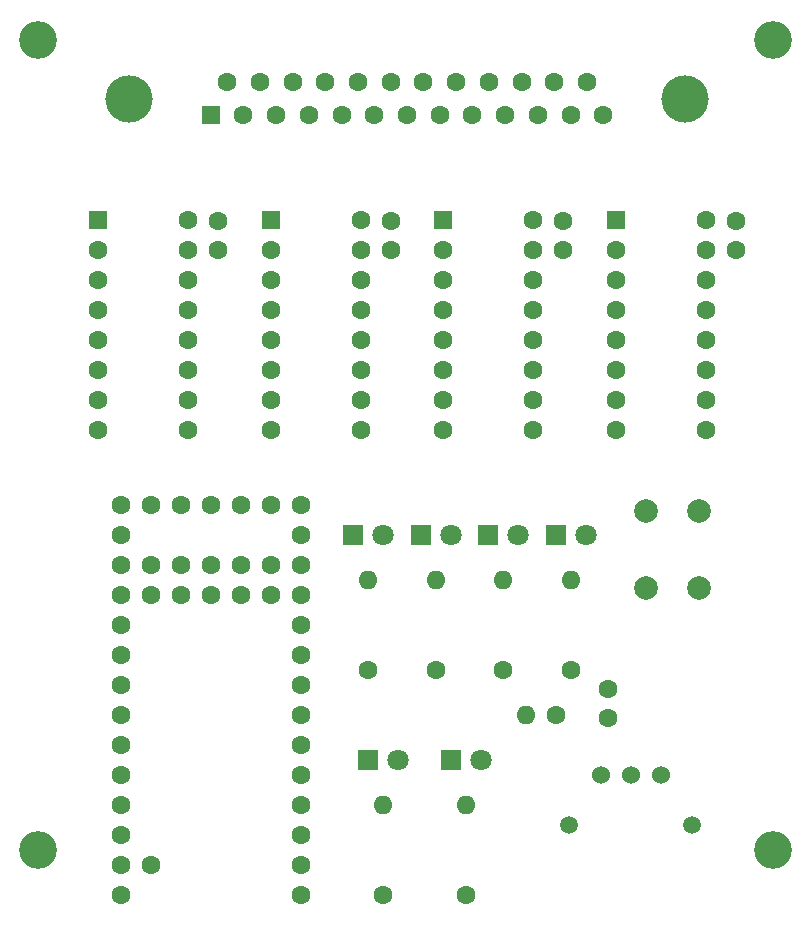
<source format=gbr>
%TF.GenerationSoftware,KiCad,Pcbnew,5.1.9-73d0e3b20d~88~ubuntu18.04.1*%
%TF.CreationDate,2021-08-18T16:09:51-04:00*%
%TF.ProjectId,spdif-decoder,73706469-662d-4646-9563-6f6465722e6b,rev?*%
%TF.SameCoordinates,Original*%
%TF.FileFunction,Soldermask,Bot*%
%TF.FilePolarity,Negative*%
%FSLAX46Y46*%
G04 Gerber Fmt 4.6, Leading zero omitted, Abs format (unit mm)*
G04 Created by KiCad (PCBNEW 5.1.9-73d0e3b20d~88~ubuntu18.04.1) date 2021-08-18 16:09:51*
%MOMM*%
%LPD*%
G01*
G04 APERTURE LIST*
%ADD10C,1.500000*%
%ADD11C,1.524000*%
%ADD12C,3.200000*%
%ADD13C,1.600000*%
%ADD14R,1.600000X1.600000*%
%ADD15C,4.000000*%
%ADD16C,2.000000*%
%ADD17O,1.600000X1.600000*%
%ADD18C,1.800000*%
%ADD19R,1.800000X1.800000*%
G04 APERTURE END LIST*
D10*
%TO.C,J2*%
X105530000Y-143265000D03*
X95130000Y-143265000D03*
D11*
X97790000Y-139065000D03*
X100330000Y-139065000D03*
X102870000Y-139065000D03*
%TD*%
D12*
%TO.C,H4*%
X112395000Y-145415000D03*
%TD*%
%TO.C,H3*%
X50165000Y-145415000D03*
%TD*%
%TO.C,H2*%
X112395000Y-76835000D03*
%TD*%
%TO.C,H1*%
X50165000Y-76835000D03*
%TD*%
D13*
%TO.C,C4*%
X109220000Y-94615000D03*
X109220000Y-92115000D03*
%TD*%
%TO.C,U3*%
X77470000Y-109855000D03*
X69850000Y-109855000D03*
X77470000Y-92075000D03*
X77470000Y-94615000D03*
X77470000Y-97155000D03*
X77470000Y-99695000D03*
X77470000Y-102235000D03*
X77470000Y-104775000D03*
X77470000Y-107315000D03*
X69850000Y-107315000D03*
X69850000Y-104775000D03*
X69850000Y-102235000D03*
X69850000Y-99695000D03*
X69850000Y-97155000D03*
X69850000Y-94615000D03*
D14*
X69850000Y-92075000D03*
%TD*%
D15*
%TO.C,J1*%
X57840000Y-81765000D03*
X104940000Y-81765000D03*
D13*
X96625000Y-80345000D03*
X93855000Y-80345000D03*
X91085000Y-80345000D03*
X88315000Y-80345000D03*
X85545000Y-80345000D03*
X82775000Y-80345000D03*
X80005000Y-80345000D03*
X77235000Y-80345000D03*
X74465000Y-80345000D03*
X71695000Y-80345000D03*
X68925000Y-80345000D03*
X66155000Y-80345000D03*
X98010000Y-83185000D03*
X95240000Y-83185000D03*
X92470000Y-83185000D03*
X89700000Y-83185000D03*
X86930000Y-83185000D03*
X84160000Y-83185000D03*
X81390000Y-83185000D03*
X78620000Y-83185000D03*
X75850000Y-83185000D03*
X73080000Y-83185000D03*
X70310000Y-83185000D03*
X67540000Y-83185000D03*
D14*
X64770000Y-83185000D03*
%TD*%
D16*
%TO.C,SW1*%
X101600000Y-116690000D03*
X106100000Y-116690000D03*
X101600000Y-123190000D03*
X106100000Y-123190000D03*
%TD*%
D14*
%TO.C,U5*%
X99060000Y-92075000D03*
D13*
X99060000Y-94615000D03*
X99060000Y-97155000D03*
X99060000Y-99695000D03*
X99060000Y-102235000D03*
X99060000Y-104775000D03*
X99060000Y-107315000D03*
X106680000Y-107315000D03*
X106680000Y-104775000D03*
X106680000Y-102235000D03*
X106680000Y-99695000D03*
X106680000Y-97155000D03*
X106680000Y-94615000D03*
X106680000Y-92075000D03*
X99060000Y-109855000D03*
X106680000Y-109855000D03*
%TD*%
%TO.C,U4*%
X92075000Y-109855000D03*
X84455000Y-109855000D03*
X92075000Y-92075000D03*
X92075000Y-94615000D03*
X92075000Y-97155000D03*
X92075000Y-99695000D03*
X92075000Y-102235000D03*
X92075000Y-104775000D03*
X92075000Y-107315000D03*
X84455000Y-107315000D03*
X84455000Y-104775000D03*
X84455000Y-102235000D03*
X84455000Y-99695000D03*
X84455000Y-97155000D03*
X84455000Y-94615000D03*
D14*
X84455000Y-92075000D03*
%TD*%
D13*
%TO.C,U2*%
X62865000Y-109855000D03*
X55245000Y-109855000D03*
X62865000Y-92075000D03*
X62865000Y-94615000D03*
X62865000Y-97155000D03*
X62865000Y-99695000D03*
X62865000Y-102235000D03*
X62865000Y-104775000D03*
X62865000Y-107315000D03*
X55245000Y-107315000D03*
X55245000Y-104775000D03*
X55245000Y-102235000D03*
X55245000Y-99695000D03*
X55245000Y-97155000D03*
X55245000Y-94615000D03*
D14*
X55245000Y-92075000D03*
%TD*%
D13*
%TO.C,U1*%
X69850000Y-123825000D03*
X69850000Y-121285000D03*
X67310000Y-123825000D03*
X67310000Y-121285000D03*
X64770000Y-123825000D03*
X64770000Y-121285000D03*
X62230000Y-123825000D03*
X62230000Y-121285000D03*
X59690000Y-123825000D03*
X59690000Y-121285000D03*
X72390000Y-149225000D03*
X72390000Y-146685000D03*
X72390000Y-144145000D03*
X72390000Y-141605000D03*
X72390000Y-139065000D03*
X72390000Y-136525000D03*
X72390000Y-133985000D03*
X72390000Y-131445000D03*
X72390000Y-128905000D03*
X72390000Y-126365000D03*
X72390000Y-123825000D03*
X72390000Y-121285000D03*
X72390000Y-118745000D03*
X59690000Y-146685000D03*
X57150000Y-149225000D03*
X57150000Y-146685000D03*
X57150000Y-144145000D03*
X57150000Y-141605000D03*
X57150000Y-139065000D03*
X57150000Y-136525000D03*
X57150000Y-133985000D03*
X57150000Y-131445000D03*
X57150000Y-128905000D03*
X57150000Y-126365000D03*
X57150000Y-123825000D03*
X57150000Y-121285000D03*
X57150000Y-118745000D03*
X72390000Y-116205000D03*
X69850000Y-116205000D03*
X67310000Y-116205000D03*
X57150000Y-116205000D03*
X59690000Y-116205000D03*
X62230000Y-116205000D03*
X64770000Y-116205000D03*
%TD*%
D17*
%TO.C,R2*%
X86360000Y-141605000D03*
D13*
X86360000Y-149225000D03*
%TD*%
D17*
%TO.C,R6*%
X95250000Y-122555000D03*
D13*
X95250000Y-130175000D03*
%TD*%
D17*
%TO.C,R5*%
X89535000Y-122555000D03*
D13*
X89535000Y-130175000D03*
%TD*%
D17*
%TO.C,R4*%
X83820000Y-122555000D03*
D13*
X83820000Y-130175000D03*
%TD*%
D17*
%TO.C,R3*%
X78105000Y-122555000D03*
D13*
X78105000Y-130175000D03*
%TD*%
D17*
%TO.C,R1*%
X79375000Y-141605000D03*
D13*
X79375000Y-149225000D03*
%TD*%
D17*
%TO.C,L1*%
X91440000Y-133985000D03*
D13*
X93980000Y-133985000D03*
%TD*%
D18*
%TO.C,D2*%
X87630000Y-137795000D03*
D19*
X85090000Y-137795000D03*
%TD*%
D18*
%TO.C,D6*%
X96520000Y-118745000D03*
D19*
X93980000Y-118745000D03*
%TD*%
D18*
%TO.C,D5*%
X90805000Y-118745000D03*
D19*
X88265000Y-118745000D03*
%TD*%
D18*
%TO.C,D4*%
X85090000Y-118745000D03*
D19*
X82550000Y-118745000D03*
%TD*%
D18*
%TO.C,D3*%
X79375000Y-118745000D03*
D19*
X76835000Y-118745000D03*
%TD*%
D18*
%TO.C,D1*%
X80645000Y-137795000D03*
D19*
X78105000Y-137795000D03*
%TD*%
D13*
%TO.C,C5*%
X98425000Y-134239000D03*
X98425000Y-131739000D03*
%TD*%
%TO.C,C3*%
X94615000Y-92115000D03*
X94615000Y-94615000D03*
%TD*%
%TO.C,C2*%
X80010000Y-92115000D03*
X80010000Y-94615000D03*
%TD*%
%TO.C,C1*%
X65405000Y-92115000D03*
X65405000Y-94615000D03*
%TD*%
M02*

</source>
